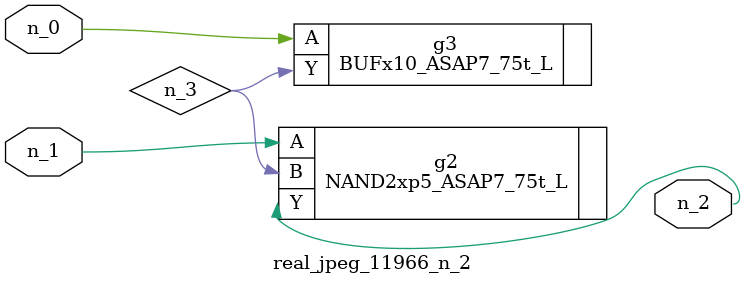
<source format=v>
module real_jpeg_11966_n_2 (n_1, n_0, n_2);

input n_1;
input n_0;

output n_2;

wire n_3;

BUFx10_ASAP7_75t_L g3 ( 
.A(n_0),
.Y(n_3)
);

NAND2xp5_ASAP7_75t_L g2 ( 
.A(n_1),
.B(n_3),
.Y(n_2)
);


endmodule
</source>
